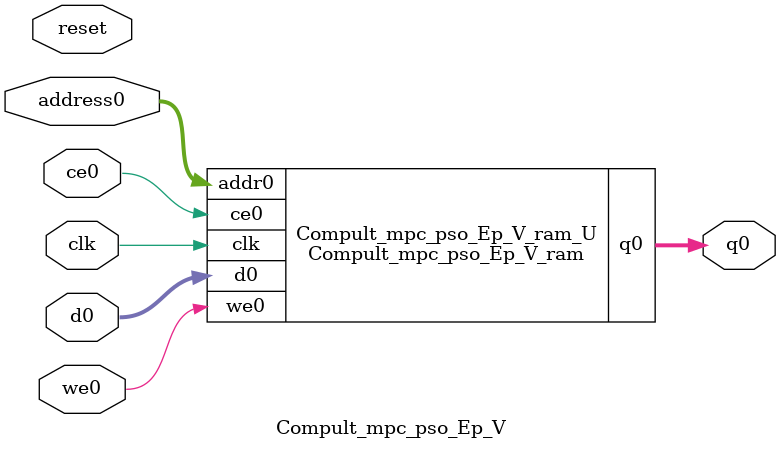
<source format=v>

`timescale 1 ns / 1 ps
module Compult_mpc_pso_Ep_V_ram (addr0, ce0, d0, we0, q0,  clk);

parameter DWIDTH = 36;
parameter AWIDTH = 5;
parameter MEM_SIZE = 20;

input[AWIDTH-1:0] addr0;
input ce0;
input[DWIDTH-1:0] d0;
input we0;
output reg[DWIDTH-1:0] q0;
input clk;

(* ram_style = "distributed" *)reg [DWIDTH-1:0] ram[MEM_SIZE-1:0];




always @(posedge clk)  
begin 
    if (ce0) 
    begin
        if (we0) 
        begin 
            ram[addr0] <= d0; 
            q0 <= d0;
        end 
        else 
            q0 <= ram[addr0];
    end
end


endmodule


`timescale 1 ns / 1 ps
module Compult_mpc_pso_Ep_V(
    reset,
    clk,
    address0,
    ce0,
    we0,
    d0,
    q0);

parameter DataWidth = 32'd36;
parameter AddressRange = 32'd20;
parameter AddressWidth = 32'd5;
input reset;
input clk;
input[AddressWidth - 1:0] address0;
input ce0;
input we0;
input[DataWidth - 1:0] d0;
output[DataWidth - 1:0] q0;



Compult_mpc_pso_Ep_V_ram Compult_mpc_pso_Ep_V_ram_U(
    .clk( clk ),
    .addr0( address0 ),
    .ce0( ce0 ),
    .d0( d0 ),
    .we0( we0 ),
    .q0( q0 ));

endmodule


</source>
